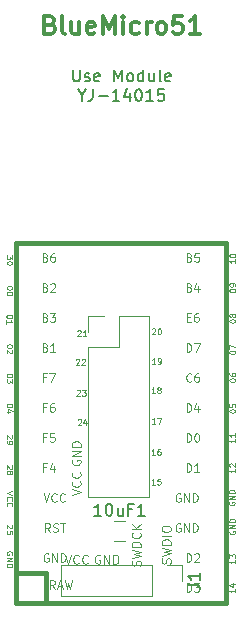
<source format=gbr>
G04 #@! TF.FileFunction,Legend,Top*
%FSLAX46Y46*%
G04 Gerber Fmt 4.6, Leading zero omitted, Abs format (unit mm)*
G04 Created by KiCad (PCBNEW 4.0.7) date 09/17/18 10:08:34*
%MOMM*%
%LPD*%
G01*
G04 APERTURE LIST*
%ADD10C,0.100000*%
%ADD11C,0.150000*%
%ADD12C,0.300000*%
%ADD13C,0.381000*%
%ADD14C,0.120000*%
G04 APERTURE END LIST*
D10*
D11*
X144470952Y-73557381D02*
X144470952Y-74366905D01*
X144518571Y-74462143D01*
X144566190Y-74509762D01*
X144661428Y-74557381D01*
X144851905Y-74557381D01*
X144947143Y-74509762D01*
X144994762Y-74462143D01*
X145042381Y-74366905D01*
X145042381Y-73557381D01*
X145470952Y-74509762D02*
X145566190Y-74557381D01*
X145756666Y-74557381D01*
X145851905Y-74509762D01*
X145899524Y-74414524D01*
X145899524Y-74366905D01*
X145851905Y-74271667D01*
X145756666Y-74224048D01*
X145613809Y-74224048D01*
X145518571Y-74176429D01*
X145470952Y-74081190D01*
X145470952Y-74033571D01*
X145518571Y-73938333D01*
X145613809Y-73890714D01*
X145756666Y-73890714D01*
X145851905Y-73938333D01*
X146709048Y-74509762D02*
X146613810Y-74557381D01*
X146423333Y-74557381D01*
X146328095Y-74509762D01*
X146280476Y-74414524D01*
X146280476Y-74033571D01*
X146328095Y-73938333D01*
X146423333Y-73890714D01*
X146613810Y-73890714D01*
X146709048Y-73938333D01*
X146756667Y-74033571D01*
X146756667Y-74128810D01*
X146280476Y-74224048D01*
X147947143Y-74557381D02*
X147947143Y-73557381D01*
X148280477Y-74271667D01*
X148613810Y-73557381D01*
X148613810Y-74557381D01*
X149232857Y-74557381D02*
X149137619Y-74509762D01*
X149090000Y-74462143D01*
X149042381Y-74366905D01*
X149042381Y-74081190D01*
X149090000Y-73985952D01*
X149137619Y-73938333D01*
X149232857Y-73890714D01*
X149375715Y-73890714D01*
X149470953Y-73938333D01*
X149518572Y-73985952D01*
X149566191Y-74081190D01*
X149566191Y-74366905D01*
X149518572Y-74462143D01*
X149470953Y-74509762D01*
X149375715Y-74557381D01*
X149232857Y-74557381D01*
X150423334Y-74557381D02*
X150423334Y-73557381D01*
X150423334Y-74509762D02*
X150328096Y-74557381D01*
X150137619Y-74557381D01*
X150042381Y-74509762D01*
X149994762Y-74462143D01*
X149947143Y-74366905D01*
X149947143Y-74081190D01*
X149994762Y-73985952D01*
X150042381Y-73938333D01*
X150137619Y-73890714D01*
X150328096Y-73890714D01*
X150423334Y-73938333D01*
X151328096Y-73890714D02*
X151328096Y-74557381D01*
X150899524Y-73890714D02*
X150899524Y-74414524D01*
X150947143Y-74509762D01*
X151042381Y-74557381D01*
X151185239Y-74557381D01*
X151280477Y-74509762D01*
X151328096Y-74462143D01*
X151947143Y-74557381D02*
X151851905Y-74509762D01*
X151804286Y-74414524D01*
X151804286Y-73557381D01*
X152709049Y-74509762D02*
X152613811Y-74557381D01*
X152423334Y-74557381D01*
X152328096Y-74509762D01*
X152280477Y-74414524D01*
X152280477Y-74033571D01*
X152328096Y-73938333D01*
X152423334Y-73890714D01*
X152613811Y-73890714D01*
X152709049Y-73938333D01*
X152756668Y-74033571D01*
X152756668Y-74128810D01*
X152280477Y-74224048D01*
X145209047Y-75731190D02*
X145209047Y-76207381D01*
X144875714Y-75207381D02*
X145209047Y-75731190D01*
X145542381Y-75207381D01*
X146161429Y-75207381D02*
X146161429Y-75921667D01*
X146113809Y-76064524D01*
X146018571Y-76159762D01*
X145875714Y-76207381D01*
X145780476Y-76207381D01*
X146637619Y-75826429D02*
X147399524Y-75826429D01*
X148399524Y-76207381D02*
X147828095Y-76207381D01*
X148113809Y-76207381D02*
X148113809Y-75207381D01*
X148018571Y-75350238D01*
X147923333Y-75445476D01*
X147828095Y-75493095D01*
X149256667Y-75540714D02*
X149256667Y-76207381D01*
X149018571Y-75159762D02*
X148780476Y-75874048D01*
X149399524Y-75874048D01*
X149970952Y-75207381D02*
X150066191Y-75207381D01*
X150161429Y-75255000D01*
X150209048Y-75302619D01*
X150256667Y-75397857D01*
X150304286Y-75588333D01*
X150304286Y-75826429D01*
X150256667Y-76016905D01*
X150209048Y-76112143D01*
X150161429Y-76159762D01*
X150066191Y-76207381D01*
X149970952Y-76207381D01*
X149875714Y-76159762D01*
X149828095Y-76112143D01*
X149780476Y-76016905D01*
X149732857Y-75826429D01*
X149732857Y-75588333D01*
X149780476Y-75397857D01*
X149828095Y-75302619D01*
X149875714Y-75255000D01*
X149970952Y-75207381D01*
X151256667Y-76207381D02*
X150685238Y-76207381D01*
X150970952Y-76207381D02*
X150970952Y-75207381D01*
X150875714Y-75350238D01*
X150780476Y-75445476D01*
X150685238Y-75493095D01*
X152161429Y-75207381D02*
X151685238Y-75207381D01*
X151637619Y-75683571D01*
X151685238Y-75635952D01*
X151780476Y-75588333D01*
X152018572Y-75588333D01*
X152113810Y-75635952D01*
X152161429Y-75683571D01*
X152209048Y-75778810D01*
X152209048Y-76016905D01*
X152161429Y-76112143D01*
X152113810Y-76159762D01*
X152018572Y-76207381D01*
X151780476Y-76207381D01*
X151685238Y-76159762D01*
X151637619Y-76112143D01*
D12*
X142554287Y-69742857D02*
X142768573Y-69814286D01*
X142840001Y-69885714D01*
X142911430Y-70028571D01*
X142911430Y-70242857D01*
X142840001Y-70385714D01*
X142768573Y-70457143D01*
X142625715Y-70528571D01*
X142054287Y-70528571D01*
X142054287Y-69028571D01*
X142554287Y-69028571D01*
X142697144Y-69100000D01*
X142768573Y-69171429D01*
X142840001Y-69314286D01*
X142840001Y-69457143D01*
X142768573Y-69600000D01*
X142697144Y-69671429D01*
X142554287Y-69742857D01*
X142054287Y-69742857D01*
X143768573Y-70528571D02*
X143625715Y-70457143D01*
X143554287Y-70314286D01*
X143554287Y-69028571D01*
X144982858Y-69528571D02*
X144982858Y-70528571D01*
X144340001Y-69528571D02*
X144340001Y-70314286D01*
X144411429Y-70457143D01*
X144554287Y-70528571D01*
X144768572Y-70528571D01*
X144911429Y-70457143D01*
X144982858Y-70385714D01*
X146268572Y-70457143D02*
X146125715Y-70528571D01*
X145840001Y-70528571D01*
X145697144Y-70457143D01*
X145625715Y-70314286D01*
X145625715Y-69742857D01*
X145697144Y-69600000D01*
X145840001Y-69528571D01*
X146125715Y-69528571D01*
X146268572Y-69600000D01*
X146340001Y-69742857D01*
X146340001Y-69885714D01*
X145625715Y-70028571D01*
X146982858Y-70528571D02*
X146982858Y-69028571D01*
X147482858Y-70100000D01*
X147982858Y-69028571D01*
X147982858Y-70528571D01*
X148697144Y-70528571D02*
X148697144Y-69528571D01*
X148697144Y-69028571D02*
X148625715Y-69100000D01*
X148697144Y-69171429D01*
X148768572Y-69100000D01*
X148697144Y-69028571D01*
X148697144Y-69171429D01*
X150054287Y-70457143D02*
X149911430Y-70528571D01*
X149625716Y-70528571D01*
X149482858Y-70457143D01*
X149411430Y-70385714D01*
X149340001Y-70242857D01*
X149340001Y-69814286D01*
X149411430Y-69671429D01*
X149482858Y-69600000D01*
X149625716Y-69528571D01*
X149911430Y-69528571D01*
X150054287Y-69600000D01*
X150697144Y-70528571D02*
X150697144Y-69528571D01*
X150697144Y-69814286D02*
X150768572Y-69671429D01*
X150840001Y-69600000D01*
X150982858Y-69528571D01*
X151125715Y-69528571D01*
X151840001Y-70528571D02*
X151697143Y-70457143D01*
X151625715Y-70385714D01*
X151554286Y-70242857D01*
X151554286Y-69814286D01*
X151625715Y-69671429D01*
X151697143Y-69600000D01*
X151840001Y-69528571D01*
X152054286Y-69528571D01*
X152197143Y-69600000D01*
X152268572Y-69671429D01*
X152340001Y-69814286D01*
X152340001Y-70242857D01*
X152268572Y-70385714D01*
X152197143Y-70457143D01*
X152054286Y-70528571D01*
X151840001Y-70528571D01*
X153697144Y-69028571D02*
X152982858Y-69028571D01*
X152911429Y-69742857D01*
X152982858Y-69671429D01*
X153125715Y-69600000D01*
X153482858Y-69600000D01*
X153625715Y-69671429D01*
X153697144Y-69742857D01*
X153768572Y-69885714D01*
X153768572Y-70242857D01*
X153697144Y-70385714D01*
X153625715Y-70457143D01*
X153482858Y-70528571D01*
X153125715Y-70528571D01*
X152982858Y-70457143D01*
X152911429Y-70385714D01*
X155197143Y-70528571D02*
X154340000Y-70528571D01*
X154768572Y-70528571D02*
X154768572Y-69028571D01*
X154625715Y-69242857D01*
X154482857Y-69385714D01*
X154340000Y-69457143D01*
D10*
X151410682Y-108694350D02*
X151124968Y-108694350D01*
X151267825Y-108694350D02*
X151267825Y-108194350D01*
X151220206Y-108265779D01*
X151172587Y-108313398D01*
X151124968Y-108337208D01*
X151863063Y-108194350D02*
X151624968Y-108194350D01*
X151601158Y-108432446D01*
X151624968Y-108408636D01*
X151672587Y-108384827D01*
X151791634Y-108384827D01*
X151839253Y-108408636D01*
X151863063Y-108432446D01*
X151886872Y-108480065D01*
X151886872Y-108599112D01*
X151863063Y-108646731D01*
X151839253Y-108670541D01*
X151791634Y-108694350D01*
X151672587Y-108694350D01*
X151624968Y-108670541D01*
X151601158Y-108646731D01*
X151410682Y-106189910D02*
X151124968Y-106189910D01*
X151267825Y-106189910D02*
X151267825Y-105689910D01*
X151220206Y-105761339D01*
X151172587Y-105808958D01*
X151124968Y-105832768D01*
X151839253Y-105689910D02*
X151744015Y-105689910D01*
X151696396Y-105713720D01*
X151672587Y-105737530D01*
X151624968Y-105808958D01*
X151601158Y-105904196D01*
X151601158Y-106094672D01*
X151624968Y-106142291D01*
X151648777Y-106166101D01*
X151696396Y-106189910D01*
X151791634Y-106189910D01*
X151839253Y-106166101D01*
X151863063Y-106142291D01*
X151886872Y-106094672D01*
X151886872Y-105975625D01*
X151863063Y-105928006D01*
X151839253Y-105904196D01*
X151791634Y-105880387D01*
X151696396Y-105880387D01*
X151648777Y-105904196D01*
X151624968Y-105928006D01*
X151601158Y-105975625D01*
X151446242Y-103535610D02*
X151160528Y-103535610D01*
X151303385Y-103535610D02*
X151303385Y-103035610D01*
X151255766Y-103107039D01*
X151208147Y-103154658D01*
X151160528Y-103178468D01*
X151612909Y-103035610D02*
X151946242Y-103035610D01*
X151731956Y-103535610D01*
X151410682Y-100954970D02*
X151124968Y-100954970D01*
X151267825Y-100954970D02*
X151267825Y-100454970D01*
X151220206Y-100526399D01*
X151172587Y-100574018D01*
X151124968Y-100597828D01*
X151696396Y-100669256D02*
X151648777Y-100645447D01*
X151624968Y-100621637D01*
X151601158Y-100574018D01*
X151601158Y-100550209D01*
X151624968Y-100502590D01*
X151648777Y-100478780D01*
X151696396Y-100454970D01*
X151791634Y-100454970D01*
X151839253Y-100478780D01*
X151863063Y-100502590D01*
X151886872Y-100550209D01*
X151886872Y-100574018D01*
X151863063Y-100621637D01*
X151839253Y-100645447D01*
X151791634Y-100669256D01*
X151696396Y-100669256D01*
X151648777Y-100693066D01*
X151624968Y-100716875D01*
X151601158Y-100764494D01*
X151601158Y-100859732D01*
X151624968Y-100907351D01*
X151648777Y-100931161D01*
X151696396Y-100954970D01*
X151791634Y-100954970D01*
X151839253Y-100931161D01*
X151863063Y-100907351D01*
X151886872Y-100859732D01*
X151886872Y-100764494D01*
X151863063Y-100716875D01*
X151839253Y-100693066D01*
X151791634Y-100669256D01*
X151446242Y-98486090D02*
X151160528Y-98486090D01*
X151303385Y-98486090D02*
X151303385Y-97986090D01*
X151255766Y-98057519D01*
X151208147Y-98105138D01*
X151160528Y-98128948D01*
X151684337Y-98486090D02*
X151779575Y-98486090D01*
X151827194Y-98462281D01*
X151851004Y-98438471D01*
X151898623Y-98367043D01*
X151922432Y-98271805D01*
X151922432Y-98081329D01*
X151898623Y-98033710D01*
X151874813Y-98009900D01*
X151827194Y-97986090D01*
X151731956Y-97986090D01*
X151684337Y-98009900D01*
X151660528Y-98033710D01*
X151636718Y-98081329D01*
X151636718Y-98200376D01*
X151660528Y-98247995D01*
X151684337Y-98271805D01*
X151731956Y-98295614D01*
X151827194Y-98295614D01*
X151874813Y-98271805D01*
X151898623Y-98247995D01*
X151922432Y-98200376D01*
X151160528Y-95526730D02*
X151184338Y-95502920D01*
X151231957Y-95479110D01*
X151351004Y-95479110D01*
X151398623Y-95502920D01*
X151422433Y-95526730D01*
X151446242Y-95574349D01*
X151446242Y-95621968D01*
X151422433Y-95693396D01*
X151136719Y-95979110D01*
X151446242Y-95979110D01*
X151755766Y-95479110D02*
X151803385Y-95479110D01*
X151851004Y-95502920D01*
X151874813Y-95526730D01*
X151898623Y-95574349D01*
X151922432Y-95669587D01*
X151922432Y-95788634D01*
X151898623Y-95883872D01*
X151874813Y-95931491D01*
X151851004Y-95955301D01*
X151803385Y-95979110D01*
X151755766Y-95979110D01*
X151708147Y-95955301D01*
X151684337Y-95931491D01*
X151660528Y-95883872D01*
X151636718Y-95788634D01*
X151636718Y-95669587D01*
X151660528Y-95574349D01*
X151684337Y-95526730D01*
X151708147Y-95502920D01*
X151755766Y-95479110D01*
X144879108Y-103194990D02*
X144902918Y-103171180D01*
X144950537Y-103147370D01*
X145069584Y-103147370D01*
X145117203Y-103171180D01*
X145141013Y-103194990D01*
X145164822Y-103242609D01*
X145164822Y-103290228D01*
X145141013Y-103361656D01*
X144855299Y-103647370D01*
X145164822Y-103647370D01*
X145593393Y-103314037D02*
X145593393Y-103647370D01*
X145474346Y-103123561D02*
X145355298Y-103480704D01*
X145664822Y-103480704D01*
X144767348Y-100726110D02*
X144791158Y-100702300D01*
X144838777Y-100678490D01*
X144957824Y-100678490D01*
X145005443Y-100702300D01*
X145029253Y-100726110D01*
X145053062Y-100773729D01*
X145053062Y-100821348D01*
X145029253Y-100892776D01*
X144743539Y-101178490D01*
X145053062Y-101178490D01*
X145219729Y-100678490D02*
X145529252Y-100678490D01*
X145362586Y-100868967D01*
X145434014Y-100868967D01*
X145481633Y-100892776D01*
X145505443Y-100916586D01*
X145529252Y-100964205D01*
X145529252Y-101083252D01*
X145505443Y-101130871D01*
X145481633Y-101154681D01*
X145434014Y-101178490D01*
X145291157Y-101178490D01*
X145243538Y-101154681D01*
X145219729Y-101130871D01*
X144729248Y-98107370D02*
X144753058Y-98083560D01*
X144800677Y-98059750D01*
X144919724Y-98059750D01*
X144967343Y-98083560D01*
X144991153Y-98107370D01*
X145014962Y-98154989D01*
X145014962Y-98202608D01*
X144991153Y-98274036D01*
X144705439Y-98559750D01*
X145014962Y-98559750D01*
X145205438Y-98107370D02*
X145229248Y-98083560D01*
X145276867Y-98059750D01*
X145395914Y-98059750D01*
X145443533Y-98083560D01*
X145467343Y-98107370D01*
X145491152Y-98154989D01*
X145491152Y-98202608D01*
X145467343Y-98274036D01*
X145181629Y-98559750D01*
X145491152Y-98559750D01*
X144841008Y-95676590D02*
X144864818Y-95652780D01*
X144912437Y-95628970D01*
X145031484Y-95628970D01*
X145079103Y-95652780D01*
X145102913Y-95676590D01*
X145126722Y-95724209D01*
X145126722Y-95771828D01*
X145102913Y-95843256D01*
X144817199Y-96128970D01*
X145126722Y-96128970D01*
X145602912Y-96128970D02*
X145317198Y-96128970D01*
X145460055Y-96128970D02*
X145460055Y-95628970D01*
X145412436Y-95700399D01*
X145364817Y-95748018D01*
X145317198Y-95771828D01*
X139338810Y-89290259D02*
X139338810Y-89599782D01*
X139148333Y-89433116D01*
X139148333Y-89504544D01*
X139124524Y-89552163D01*
X139100714Y-89575973D01*
X139053095Y-89599782D01*
X138934048Y-89599782D01*
X138886429Y-89575973D01*
X138862619Y-89552163D01*
X138838810Y-89504544D01*
X138838810Y-89361687D01*
X138862619Y-89314068D01*
X138886429Y-89290259D01*
X139338810Y-89909306D02*
X139338810Y-89956925D01*
X139315000Y-90004544D01*
X139291190Y-90028353D01*
X139243571Y-90052163D01*
X139148333Y-90075972D01*
X139029286Y-90075972D01*
X138934048Y-90052163D01*
X138886429Y-90028353D01*
X138862619Y-90004544D01*
X138838810Y-89956925D01*
X138838810Y-89909306D01*
X138862619Y-89861687D01*
X138886429Y-89837877D01*
X138934048Y-89814068D01*
X139029286Y-89790258D01*
X139148333Y-89790258D01*
X139243571Y-89814068D01*
X139291190Y-89837877D01*
X139315000Y-89861687D01*
X139338810Y-89909306D01*
X139338810Y-92013756D02*
X139338810Y-92061375D01*
X139315000Y-92108994D01*
X139291190Y-92132803D01*
X139243571Y-92156613D01*
X139148333Y-92180422D01*
X139029286Y-92180422D01*
X138934048Y-92156613D01*
X138886429Y-92132803D01*
X138862619Y-92108994D01*
X138838810Y-92061375D01*
X138838810Y-92013756D01*
X138862619Y-91966137D01*
X138886429Y-91942327D01*
X138934048Y-91918518D01*
X139029286Y-91894708D01*
X139148333Y-91894708D01*
X139243571Y-91918518D01*
X139291190Y-91942327D01*
X139315000Y-91966137D01*
X139338810Y-92013756D01*
X139338810Y-92489946D02*
X139338810Y-92537565D01*
X139315000Y-92585184D01*
X139291190Y-92608993D01*
X139243571Y-92632803D01*
X139148333Y-92656612D01*
X139029286Y-92656612D01*
X138934048Y-92632803D01*
X138886429Y-92608993D01*
X138862619Y-92585184D01*
X138838810Y-92537565D01*
X138838810Y-92489946D01*
X138862619Y-92442327D01*
X138886429Y-92418517D01*
X138934048Y-92394708D01*
X139029286Y-92370898D01*
X139148333Y-92370898D01*
X139243571Y-92394708D01*
X139291190Y-92418517D01*
X139315000Y-92442327D01*
X139338810Y-92489946D01*
X139326110Y-94444536D02*
X139326110Y-94492155D01*
X139302300Y-94539774D01*
X139278490Y-94563583D01*
X139230871Y-94587393D01*
X139135633Y-94611202D01*
X139016586Y-94611202D01*
X138921348Y-94587393D01*
X138873729Y-94563583D01*
X138849919Y-94539774D01*
X138826110Y-94492155D01*
X138826110Y-94444536D01*
X138849919Y-94396917D01*
X138873729Y-94373107D01*
X138921348Y-94349298D01*
X139016586Y-94325488D01*
X139135633Y-94325488D01*
X139230871Y-94349298D01*
X139278490Y-94373107D01*
X139302300Y-94396917D01*
X139326110Y-94444536D01*
X138826110Y-95087392D02*
X138826110Y-94801678D01*
X138826110Y-94944535D02*
X139326110Y-94944535D01*
X139254681Y-94896916D01*
X139207062Y-94849297D01*
X139183252Y-94801678D01*
X139338810Y-96951516D02*
X139338810Y-96999135D01*
X139315000Y-97046754D01*
X139291190Y-97070563D01*
X139243571Y-97094373D01*
X139148333Y-97118182D01*
X139029286Y-97118182D01*
X138934048Y-97094373D01*
X138886429Y-97070563D01*
X138862619Y-97046754D01*
X138838810Y-96999135D01*
X138838810Y-96951516D01*
X138862619Y-96903897D01*
X138886429Y-96880087D01*
X138934048Y-96856278D01*
X139029286Y-96832468D01*
X139148333Y-96832468D01*
X139243571Y-96856278D01*
X139291190Y-96880087D01*
X139315000Y-96903897D01*
X139338810Y-96951516D01*
X139291190Y-97308658D02*
X139315000Y-97332468D01*
X139338810Y-97380087D01*
X139338810Y-97499134D01*
X139315000Y-97546753D01*
X139291190Y-97570563D01*
X139243571Y-97594372D01*
X139195952Y-97594372D01*
X139124524Y-97570563D01*
X138838810Y-97284849D01*
X138838810Y-97594372D01*
X139338810Y-99433096D02*
X139338810Y-99480715D01*
X139315000Y-99528334D01*
X139291190Y-99552143D01*
X139243571Y-99575953D01*
X139148333Y-99599762D01*
X139029286Y-99599762D01*
X138934048Y-99575953D01*
X138886429Y-99552143D01*
X138862619Y-99528334D01*
X138838810Y-99480715D01*
X138838810Y-99433096D01*
X138862619Y-99385477D01*
X138886429Y-99361667D01*
X138934048Y-99337858D01*
X139029286Y-99314048D01*
X139148333Y-99314048D01*
X139243571Y-99337858D01*
X139291190Y-99361667D01*
X139315000Y-99385477D01*
X139338810Y-99433096D01*
X139338810Y-99766429D02*
X139338810Y-100075952D01*
X139148333Y-99909286D01*
X139148333Y-99980714D01*
X139124524Y-100028333D01*
X139100714Y-100052143D01*
X139053095Y-100075952D01*
X138934048Y-100075952D01*
X138886429Y-100052143D01*
X138862619Y-100028333D01*
X138838810Y-99980714D01*
X138838810Y-99837857D01*
X138862619Y-99790238D01*
X138886429Y-99766429D01*
X139338810Y-101973096D02*
X139338810Y-102020715D01*
X139315000Y-102068334D01*
X139291190Y-102092143D01*
X139243571Y-102115953D01*
X139148333Y-102139762D01*
X139029286Y-102139762D01*
X138934048Y-102115953D01*
X138886429Y-102092143D01*
X138862619Y-102068334D01*
X138838810Y-102020715D01*
X138838810Y-101973096D01*
X138862619Y-101925477D01*
X138886429Y-101901667D01*
X138934048Y-101877858D01*
X139029286Y-101854048D01*
X139148333Y-101854048D01*
X139243571Y-101877858D01*
X139291190Y-101901667D01*
X139315000Y-101925477D01*
X139338810Y-101973096D01*
X139172143Y-102568333D02*
X138838810Y-102568333D01*
X139362619Y-102449286D02*
X139005476Y-102330238D01*
X139005476Y-102639762D01*
X139291190Y-104521048D02*
X139315000Y-104544858D01*
X139338810Y-104592477D01*
X139338810Y-104711524D01*
X139315000Y-104759143D01*
X139291190Y-104782953D01*
X139243571Y-104806762D01*
X139195952Y-104806762D01*
X139124524Y-104782953D01*
X138838810Y-104497239D01*
X138838810Y-104806762D01*
X138838810Y-105044857D02*
X138838810Y-105140095D01*
X138862619Y-105187714D01*
X138886429Y-105211524D01*
X138957857Y-105259143D01*
X139053095Y-105282952D01*
X139243571Y-105282952D01*
X139291190Y-105259143D01*
X139315000Y-105235333D01*
X139338810Y-105187714D01*
X139338810Y-105092476D01*
X139315000Y-105044857D01*
X139291190Y-105021048D01*
X139243571Y-104997238D01*
X139124524Y-104997238D01*
X139076905Y-105021048D01*
X139053095Y-105044857D01*
X139029286Y-105092476D01*
X139029286Y-105187714D01*
X139053095Y-105235333D01*
X139076905Y-105259143D01*
X139124524Y-105282952D01*
X139291190Y-107078828D02*
X139315000Y-107102638D01*
X139338810Y-107150257D01*
X139338810Y-107269304D01*
X139315000Y-107316923D01*
X139291190Y-107340733D01*
X139243571Y-107364542D01*
X139195952Y-107364542D01*
X139124524Y-107340733D01*
X138838810Y-107055019D01*
X138838810Y-107364542D01*
X139124524Y-107650256D02*
X139148333Y-107602637D01*
X139172143Y-107578828D01*
X139219762Y-107555018D01*
X139243571Y-107555018D01*
X139291190Y-107578828D01*
X139315000Y-107602637D01*
X139338810Y-107650256D01*
X139338810Y-107745494D01*
X139315000Y-107793113D01*
X139291190Y-107816923D01*
X139243571Y-107840732D01*
X139219762Y-107840732D01*
X139172143Y-107816923D01*
X139148333Y-107793113D01*
X139124524Y-107745494D01*
X139124524Y-107650256D01*
X139100714Y-107602637D01*
X139076905Y-107578828D01*
X139029286Y-107555018D01*
X138934048Y-107555018D01*
X138886429Y-107578828D01*
X138862619Y-107602637D01*
X138838810Y-107650256D01*
X138838810Y-107745494D01*
X138862619Y-107793113D01*
X138886429Y-107816923D01*
X138934048Y-107840732D01*
X139029286Y-107840732D01*
X139076905Y-107816923D01*
X139100714Y-107793113D01*
X139124524Y-107745494D01*
X139338810Y-109259454D02*
X138838810Y-109426121D01*
X139338810Y-109592787D01*
X138886429Y-110045168D02*
X138862619Y-110021358D01*
X138838810Y-109949930D01*
X138838810Y-109902311D01*
X138862619Y-109830882D01*
X138910238Y-109783263D01*
X138957857Y-109759454D01*
X139053095Y-109735644D01*
X139124524Y-109735644D01*
X139219762Y-109759454D01*
X139267381Y-109783263D01*
X139315000Y-109830882D01*
X139338810Y-109902311D01*
X139338810Y-109949930D01*
X139315000Y-110021358D01*
X139291190Y-110045168D01*
X138886429Y-110545168D02*
X138862619Y-110521358D01*
X138838810Y-110449930D01*
X138838810Y-110402311D01*
X138862619Y-110330882D01*
X138910238Y-110283263D01*
X138957857Y-110259454D01*
X139053095Y-110235644D01*
X139124524Y-110235644D01*
X139219762Y-110259454D01*
X139267381Y-110283263D01*
X139315000Y-110330882D01*
X139338810Y-110402311D01*
X139338810Y-110449930D01*
X139315000Y-110521358D01*
X139291190Y-110545168D01*
X139291190Y-112125808D02*
X139315000Y-112149618D01*
X139338810Y-112197237D01*
X139338810Y-112316284D01*
X139315000Y-112363903D01*
X139291190Y-112387713D01*
X139243571Y-112411522D01*
X139195952Y-112411522D01*
X139124524Y-112387713D01*
X138838810Y-112101999D01*
X138838810Y-112411522D01*
X139338810Y-112863903D02*
X139338810Y-112625808D01*
X139100714Y-112601998D01*
X139124524Y-112625808D01*
X139148333Y-112673427D01*
X139148333Y-112792474D01*
X139124524Y-112840093D01*
X139100714Y-112863903D01*
X139053095Y-112887712D01*
X138934048Y-112887712D01*
X138886429Y-112863903D01*
X138862619Y-112840093D01*
X138838810Y-112792474D01*
X138838810Y-112673427D01*
X138862619Y-112625808D01*
X138886429Y-112601998D01*
X139315000Y-114632787D02*
X139338810Y-114585168D01*
X139338810Y-114513740D01*
X139315000Y-114442311D01*
X139267381Y-114394692D01*
X139219762Y-114370883D01*
X139124524Y-114347073D01*
X139053095Y-114347073D01*
X138957857Y-114370883D01*
X138910238Y-114394692D01*
X138862619Y-114442311D01*
X138838810Y-114513740D01*
X138838810Y-114561359D01*
X138862619Y-114632787D01*
X138886429Y-114656597D01*
X139053095Y-114656597D01*
X139053095Y-114561359D01*
X138838810Y-114870883D02*
X139338810Y-114870883D01*
X138838810Y-115156597D01*
X139338810Y-115156597D01*
X138838810Y-115394693D02*
X139338810Y-115394693D01*
X139338810Y-115513740D01*
X139315000Y-115585169D01*
X139267381Y-115632788D01*
X139219762Y-115656597D01*
X139124524Y-115680407D01*
X139053095Y-115680407D01*
X138957857Y-115656597D01*
X138910238Y-115632788D01*
X138862619Y-115585169D01*
X138838810Y-115513740D01*
X138838810Y-115394693D01*
X158214190Y-117539758D02*
X158214190Y-117825472D01*
X158214190Y-117682615D02*
X157714190Y-117682615D01*
X157785619Y-117730234D01*
X157833238Y-117777853D01*
X157857048Y-117825472D01*
X157880857Y-117111187D02*
X158214190Y-117111187D01*
X157690381Y-117230234D02*
X158047524Y-117349282D01*
X158047524Y-117039758D01*
X158214190Y-115078498D02*
X158214190Y-115364212D01*
X158214190Y-115221355D02*
X157714190Y-115221355D01*
X157785619Y-115268974D01*
X157833238Y-115316593D01*
X157857048Y-115364212D01*
X157714190Y-114911831D02*
X157714190Y-114602308D01*
X157904667Y-114768974D01*
X157904667Y-114697546D01*
X157928476Y-114649927D01*
X157952286Y-114626117D01*
X157999905Y-114602308D01*
X158118952Y-114602308D01*
X158166571Y-114626117D01*
X158190381Y-114649927D01*
X158214190Y-114697546D01*
X158214190Y-114840403D01*
X158190381Y-114888022D01*
X158166571Y-114911831D01*
X157725300Y-112633713D02*
X157701490Y-112681332D01*
X157701490Y-112752760D01*
X157725300Y-112824189D01*
X157772919Y-112871808D01*
X157820538Y-112895617D01*
X157915776Y-112919427D01*
X157987205Y-112919427D01*
X158082443Y-112895617D01*
X158130062Y-112871808D01*
X158177681Y-112824189D01*
X158201490Y-112752760D01*
X158201490Y-112705141D01*
X158177681Y-112633713D01*
X158153871Y-112609903D01*
X157987205Y-112609903D01*
X157987205Y-112705141D01*
X158201490Y-112395617D02*
X157701490Y-112395617D01*
X158201490Y-112109903D01*
X157701490Y-112109903D01*
X158201490Y-111871807D02*
X157701490Y-111871807D01*
X157701490Y-111752760D01*
X157725300Y-111681331D01*
X157772919Y-111633712D01*
X157820538Y-111609903D01*
X157915776Y-111586093D01*
X157987205Y-111586093D01*
X158082443Y-111609903D01*
X158130062Y-111633712D01*
X158177681Y-111681331D01*
X158201490Y-111752760D01*
X158201490Y-111871807D01*
X157687200Y-110167373D02*
X157663390Y-110214992D01*
X157663390Y-110286420D01*
X157687200Y-110357849D01*
X157734819Y-110405468D01*
X157782438Y-110429277D01*
X157877676Y-110453087D01*
X157949105Y-110453087D01*
X158044343Y-110429277D01*
X158091962Y-110405468D01*
X158139581Y-110357849D01*
X158163390Y-110286420D01*
X158163390Y-110238801D01*
X158139581Y-110167373D01*
X158115771Y-110143563D01*
X157949105Y-110143563D01*
X157949105Y-110238801D01*
X158163390Y-109929277D02*
X157663390Y-109929277D01*
X158163390Y-109643563D01*
X157663390Y-109643563D01*
X158163390Y-109405467D02*
X157663390Y-109405467D01*
X157663390Y-109286420D01*
X157687200Y-109214991D01*
X157734819Y-109167372D01*
X157782438Y-109143563D01*
X157877676Y-109119753D01*
X157949105Y-109119753D01*
X158044343Y-109143563D01*
X158091962Y-109167372D01*
X158139581Y-109214991D01*
X158163390Y-109286420D01*
X158163390Y-109405467D01*
X158214190Y-107374678D02*
X158214190Y-107660392D01*
X158214190Y-107517535D02*
X157714190Y-107517535D01*
X157785619Y-107565154D01*
X157833238Y-107612773D01*
X157857048Y-107660392D01*
X157761810Y-107184202D02*
X157738000Y-107160392D01*
X157714190Y-107112773D01*
X157714190Y-106993726D01*
X157738000Y-106946107D01*
X157761810Y-106922297D01*
X157809429Y-106898488D01*
X157857048Y-106898488D01*
X157928476Y-106922297D01*
X158214190Y-107208011D01*
X158214190Y-106898488D01*
X158214190Y-104832138D02*
X158214190Y-105117852D01*
X158214190Y-104974995D02*
X157714190Y-104974995D01*
X157785619Y-105022614D01*
X157833238Y-105070233D01*
X157857048Y-105117852D01*
X158214190Y-104355948D02*
X158214190Y-104641662D01*
X158214190Y-104498805D02*
X157714190Y-104498805D01*
X157785619Y-104546424D01*
X157833238Y-104594043D01*
X157857048Y-104641662D01*
X157714190Y-102496904D02*
X157714190Y-102449285D01*
X157738000Y-102401666D01*
X157761810Y-102377857D01*
X157809429Y-102354047D01*
X157904667Y-102330238D01*
X158023714Y-102330238D01*
X158118952Y-102354047D01*
X158166571Y-102377857D01*
X158190381Y-102401666D01*
X158214190Y-102449285D01*
X158214190Y-102496904D01*
X158190381Y-102544523D01*
X158166571Y-102568333D01*
X158118952Y-102592142D01*
X158023714Y-102615952D01*
X157904667Y-102615952D01*
X157809429Y-102592142D01*
X157761810Y-102568333D01*
X157738000Y-102544523D01*
X157714190Y-102496904D01*
X157714190Y-101877857D02*
X157714190Y-102115952D01*
X157952286Y-102139762D01*
X157928476Y-102115952D01*
X157904667Y-102068333D01*
X157904667Y-101949286D01*
X157928476Y-101901667D01*
X157952286Y-101877857D01*
X157999905Y-101854048D01*
X158118952Y-101854048D01*
X158166571Y-101877857D01*
X158190381Y-101901667D01*
X158214190Y-101949286D01*
X158214190Y-102068333D01*
X158190381Y-102115952D01*
X158166571Y-102139762D01*
X157714190Y-99875624D02*
X157714190Y-99828005D01*
X157738000Y-99780386D01*
X157761810Y-99756577D01*
X157809429Y-99732767D01*
X157904667Y-99708958D01*
X158023714Y-99708958D01*
X158118952Y-99732767D01*
X158166571Y-99756577D01*
X158190381Y-99780386D01*
X158214190Y-99828005D01*
X158214190Y-99875624D01*
X158190381Y-99923243D01*
X158166571Y-99947053D01*
X158118952Y-99970862D01*
X158023714Y-99994672D01*
X157904667Y-99994672D01*
X157809429Y-99970862D01*
X157761810Y-99947053D01*
X157738000Y-99923243D01*
X157714190Y-99875624D01*
X157714190Y-99280387D02*
X157714190Y-99375625D01*
X157738000Y-99423244D01*
X157761810Y-99447053D01*
X157833238Y-99494672D01*
X157928476Y-99518482D01*
X158118952Y-99518482D01*
X158166571Y-99494672D01*
X158190381Y-99470863D01*
X158214190Y-99423244D01*
X158214190Y-99328006D01*
X158190381Y-99280387D01*
X158166571Y-99256577D01*
X158118952Y-99232768D01*
X157999905Y-99232768D01*
X157952286Y-99256577D01*
X157928476Y-99280387D01*
X157904667Y-99328006D01*
X157904667Y-99423244D01*
X157928476Y-99470863D01*
X157952286Y-99494672D01*
X157999905Y-99518482D01*
X157714190Y-97518504D02*
X157714190Y-97470885D01*
X157738000Y-97423266D01*
X157761810Y-97399457D01*
X157809429Y-97375647D01*
X157904667Y-97351838D01*
X158023714Y-97351838D01*
X158118952Y-97375647D01*
X158166571Y-97399457D01*
X158190381Y-97423266D01*
X158214190Y-97470885D01*
X158214190Y-97518504D01*
X158190381Y-97566123D01*
X158166571Y-97589933D01*
X158118952Y-97613742D01*
X158023714Y-97637552D01*
X157904667Y-97637552D01*
X157809429Y-97613742D01*
X157761810Y-97589933D01*
X157738000Y-97566123D01*
X157714190Y-97518504D01*
X157714190Y-97185171D02*
X157714190Y-96851838D01*
X158214190Y-97066124D01*
X157714190Y-94864204D02*
X157714190Y-94816585D01*
X157738000Y-94768966D01*
X157761810Y-94745157D01*
X157809429Y-94721347D01*
X157904667Y-94697538D01*
X158023714Y-94697538D01*
X158118952Y-94721347D01*
X158166571Y-94745157D01*
X158190381Y-94768966D01*
X158214190Y-94816585D01*
X158214190Y-94864204D01*
X158190381Y-94911823D01*
X158166571Y-94935633D01*
X158118952Y-94959442D01*
X158023714Y-94983252D01*
X157904667Y-94983252D01*
X157809429Y-94959442D01*
X157761810Y-94935633D01*
X157738000Y-94911823D01*
X157714190Y-94864204D01*
X157928476Y-94411824D02*
X157904667Y-94459443D01*
X157880857Y-94483252D01*
X157833238Y-94507062D01*
X157809429Y-94507062D01*
X157761810Y-94483252D01*
X157738000Y-94459443D01*
X157714190Y-94411824D01*
X157714190Y-94316586D01*
X157738000Y-94268967D01*
X157761810Y-94245157D01*
X157809429Y-94221348D01*
X157833238Y-94221348D01*
X157880857Y-94245157D01*
X157904667Y-94268967D01*
X157928476Y-94316586D01*
X157928476Y-94411824D01*
X157952286Y-94459443D01*
X157976095Y-94483252D01*
X158023714Y-94507062D01*
X158118952Y-94507062D01*
X158166571Y-94483252D01*
X158190381Y-94459443D01*
X158214190Y-94411824D01*
X158214190Y-94316586D01*
X158190381Y-94268967D01*
X158166571Y-94245157D01*
X158118952Y-94221348D01*
X158023714Y-94221348D01*
X157976095Y-94245157D01*
X157952286Y-94268967D01*
X157928476Y-94316586D01*
X157714190Y-92283564D02*
X157714190Y-92235945D01*
X157738000Y-92188326D01*
X157761810Y-92164517D01*
X157809429Y-92140707D01*
X157904667Y-92116898D01*
X158023714Y-92116898D01*
X158118952Y-92140707D01*
X158166571Y-92164517D01*
X158190381Y-92188326D01*
X158214190Y-92235945D01*
X158214190Y-92283564D01*
X158190381Y-92331183D01*
X158166571Y-92354993D01*
X158118952Y-92378802D01*
X158023714Y-92402612D01*
X157904667Y-92402612D01*
X157809429Y-92378802D01*
X157761810Y-92354993D01*
X157738000Y-92331183D01*
X157714190Y-92283564D01*
X158214190Y-91878803D02*
X158214190Y-91783565D01*
X158190381Y-91735946D01*
X158166571Y-91712136D01*
X158095143Y-91664517D01*
X157999905Y-91640708D01*
X157809429Y-91640708D01*
X157761810Y-91664517D01*
X157738000Y-91688327D01*
X157714190Y-91735946D01*
X157714190Y-91831184D01*
X157738000Y-91878803D01*
X157761810Y-91902612D01*
X157809429Y-91926422D01*
X157928476Y-91926422D01*
X157976095Y-91902612D01*
X157999905Y-91878803D01*
X158023714Y-91831184D01*
X158023714Y-91735946D01*
X157999905Y-91688327D01*
X157976095Y-91664517D01*
X157928476Y-91640708D01*
X158214190Y-89630238D02*
X158214190Y-89915952D01*
X158214190Y-89773095D02*
X157714190Y-89773095D01*
X157785619Y-89820714D01*
X157833238Y-89868333D01*
X157857048Y-89915952D01*
X157714190Y-89320714D02*
X157714190Y-89273095D01*
X157738000Y-89225476D01*
X157761810Y-89201667D01*
X157809429Y-89177857D01*
X157904667Y-89154048D01*
X158023714Y-89154048D01*
X158118952Y-89177857D01*
X158166571Y-89201667D01*
X158190381Y-89225476D01*
X158214190Y-89273095D01*
X158214190Y-89320714D01*
X158190381Y-89368333D01*
X158166571Y-89392143D01*
X158118952Y-89415952D01*
X158023714Y-89439762D01*
X157904667Y-89439762D01*
X157809429Y-89415952D01*
X157761810Y-89392143D01*
X157738000Y-89368333D01*
X157714190Y-89320714D01*
X144405000Y-106616428D02*
X144369286Y-106687857D01*
X144369286Y-106795000D01*
X144405000Y-106902143D01*
X144476429Y-106973571D01*
X144547857Y-107009286D01*
X144690714Y-107045000D01*
X144797857Y-107045000D01*
X144940714Y-107009286D01*
X145012143Y-106973571D01*
X145083571Y-106902143D01*
X145119286Y-106795000D01*
X145119286Y-106723571D01*
X145083571Y-106616428D01*
X145047857Y-106580714D01*
X144797857Y-106580714D01*
X144797857Y-106723571D01*
X145119286Y-106259286D02*
X144369286Y-106259286D01*
X145119286Y-105830714D01*
X144369286Y-105830714D01*
X145119286Y-105473572D02*
X144369286Y-105473572D01*
X144369286Y-105295000D01*
X144405000Y-105187857D01*
X144476429Y-105116429D01*
X144547857Y-105080714D01*
X144690714Y-105045000D01*
X144797857Y-105045000D01*
X144940714Y-105080714D01*
X145012143Y-105116429D01*
X145083571Y-105187857D01*
X145119286Y-105295000D01*
X145119286Y-105473572D01*
X144369286Y-109584999D02*
X145119286Y-109334999D01*
X144369286Y-109084999D01*
X145047857Y-108406428D02*
X145083571Y-108442142D01*
X145119286Y-108549285D01*
X145119286Y-108620714D01*
X145083571Y-108727857D01*
X145012143Y-108799285D01*
X144940714Y-108835000D01*
X144797857Y-108870714D01*
X144690714Y-108870714D01*
X144547857Y-108835000D01*
X144476429Y-108799285D01*
X144405000Y-108727857D01*
X144369286Y-108620714D01*
X144369286Y-108549285D01*
X144405000Y-108442142D01*
X144440714Y-108406428D01*
X145047857Y-107656428D02*
X145083571Y-107692142D01*
X145119286Y-107799285D01*
X145119286Y-107870714D01*
X145083571Y-107977857D01*
X145012143Y-108049285D01*
X144940714Y-108085000D01*
X144797857Y-108120714D01*
X144690714Y-108120714D01*
X144547857Y-108085000D01*
X144476429Y-108049285D01*
X144405000Y-107977857D01*
X144369286Y-107870714D01*
X144369286Y-107799285D01*
X144405000Y-107692142D01*
X144440714Y-107656428D01*
X152703571Y-115381286D02*
X152739286Y-115274143D01*
X152739286Y-115095572D01*
X152703571Y-115024143D01*
X152667857Y-114988429D01*
X152596429Y-114952714D01*
X152525000Y-114952714D01*
X152453571Y-114988429D01*
X152417857Y-115024143D01*
X152382143Y-115095572D01*
X152346429Y-115238429D01*
X152310714Y-115309857D01*
X152275000Y-115345572D01*
X152203571Y-115381286D01*
X152132143Y-115381286D01*
X152060714Y-115345572D01*
X152025000Y-115309857D01*
X151989286Y-115238429D01*
X151989286Y-115059857D01*
X152025000Y-114952714D01*
X151989286Y-114702714D02*
X152739286Y-114524143D01*
X152203571Y-114381286D01*
X152739286Y-114238428D01*
X151989286Y-114059857D01*
X152739286Y-113774143D02*
X151989286Y-113774143D01*
X151989286Y-113595571D01*
X152025000Y-113488428D01*
X152096429Y-113417000D01*
X152167857Y-113381285D01*
X152310714Y-113345571D01*
X152417857Y-113345571D01*
X152560714Y-113381285D01*
X152632143Y-113417000D01*
X152703571Y-113488428D01*
X152739286Y-113595571D01*
X152739286Y-113774143D01*
X152739286Y-113024143D02*
X151989286Y-113024143D01*
X151989286Y-112524142D02*
X151989286Y-112381285D01*
X152025000Y-112309857D01*
X152096429Y-112238428D01*
X152239286Y-112202714D01*
X152489286Y-112202714D01*
X152632143Y-112238428D01*
X152703571Y-112309857D01*
X152739286Y-112381285D01*
X152739286Y-112524142D01*
X152703571Y-112595571D01*
X152632143Y-112667000D01*
X152489286Y-112702714D01*
X152239286Y-112702714D01*
X152096429Y-112667000D01*
X152025000Y-112595571D01*
X151989286Y-112524142D01*
X150163571Y-115559857D02*
X150199286Y-115452714D01*
X150199286Y-115274143D01*
X150163571Y-115202714D01*
X150127857Y-115167000D01*
X150056429Y-115131285D01*
X149985000Y-115131285D01*
X149913571Y-115167000D01*
X149877857Y-115202714D01*
X149842143Y-115274143D01*
X149806429Y-115417000D01*
X149770714Y-115488428D01*
X149735000Y-115524143D01*
X149663571Y-115559857D01*
X149592143Y-115559857D01*
X149520714Y-115524143D01*
X149485000Y-115488428D01*
X149449286Y-115417000D01*
X149449286Y-115238428D01*
X149485000Y-115131285D01*
X149449286Y-114881285D02*
X150199286Y-114702714D01*
X149663571Y-114559857D01*
X150199286Y-114416999D01*
X149449286Y-114238428D01*
X150199286Y-113952714D02*
X149449286Y-113952714D01*
X149449286Y-113774142D01*
X149485000Y-113666999D01*
X149556429Y-113595571D01*
X149627857Y-113559856D01*
X149770714Y-113524142D01*
X149877857Y-113524142D01*
X150020714Y-113559856D01*
X150092143Y-113595571D01*
X150163571Y-113666999D01*
X150199286Y-113774142D01*
X150199286Y-113952714D01*
X150127857Y-112774142D02*
X150163571Y-112809856D01*
X150199286Y-112916999D01*
X150199286Y-112988428D01*
X150163571Y-113095571D01*
X150092143Y-113166999D01*
X150020714Y-113202714D01*
X149877857Y-113238428D01*
X149770714Y-113238428D01*
X149627857Y-113202714D01*
X149556429Y-113166999D01*
X149485000Y-113095571D01*
X149449286Y-112988428D01*
X149449286Y-112916999D01*
X149485000Y-112809856D01*
X149520714Y-112774142D01*
X150199286Y-112452714D02*
X149449286Y-112452714D01*
X150199286Y-112024142D02*
X149770714Y-112345571D01*
X149449286Y-112024142D02*
X149877857Y-112452714D01*
X146748572Y-114687000D02*
X146677143Y-114651286D01*
X146570000Y-114651286D01*
X146462857Y-114687000D01*
X146391429Y-114758429D01*
X146355714Y-114829857D01*
X146320000Y-114972714D01*
X146320000Y-115079857D01*
X146355714Y-115222714D01*
X146391429Y-115294143D01*
X146462857Y-115365571D01*
X146570000Y-115401286D01*
X146641429Y-115401286D01*
X146748572Y-115365571D01*
X146784286Y-115329857D01*
X146784286Y-115079857D01*
X146641429Y-115079857D01*
X147105714Y-115401286D02*
X147105714Y-114651286D01*
X147534286Y-115401286D01*
X147534286Y-114651286D01*
X147891428Y-115401286D02*
X147891428Y-114651286D01*
X148070000Y-114651286D01*
X148177143Y-114687000D01*
X148248571Y-114758429D01*
X148284286Y-114829857D01*
X148320000Y-114972714D01*
X148320000Y-115079857D01*
X148284286Y-115222714D01*
X148248571Y-115294143D01*
X148177143Y-115365571D01*
X148070000Y-115401286D01*
X147891428Y-115401286D01*
X143780001Y-114651286D02*
X144030001Y-115401286D01*
X144280001Y-114651286D01*
X144958572Y-115329857D02*
X144922858Y-115365571D01*
X144815715Y-115401286D01*
X144744286Y-115401286D01*
X144637143Y-115365571D01*
X144565715Y-115294143D01*
X144530000Y-115222714D01*
X144494286Y-115079857D01*
X144494286Y-114972714D01*
X144530000Y-114829857D01*
X144565715Y-114758429D01*
X144637143Y-114687000D01*
X144744286Y-114651286D01*
X144815715Y-114651286D01*
X144922858Y-114687000D01*
X144958572Y-114722714D01*
X145708572Y-115329857D02*
X145672858Y-115365571D01*
X145565715Y-115401286D01*
X145494286Y-115401286D01*
X145387143Y-115365571D01*
X145315715Y-115294143D01*
X145280000Y-115222714D01*
X145244286Y-115079857D01*
X145244286Y-114972714D01*
X145280000Y-114829857D01*
X145315715Y-114758429D01*
X145387143Y-114687000D01*
X145494286Y-114651286D01*
X145565715Y-114651286D01*
X145672858Y-114687000D01*
X145708572Y-114722714D01*
D13*
X142151100Y-116179600D02*
X139611100Y-116179600D01*
X142151100Y-118719600D02*
X142151100Y-116179600D01*
X157391100Y-88239600D02*
X157391100Y-118719600D01*
X139611100Y-88239600D02*
X157391100Y-88239600D01*
X139611100Y-118719600D02*
X139611100Y-88239600D01*
X157391100Y-118719600D02*
X139611100Y-118719600D01*
D14*
X145736000Y-109788000D02*
X150936000Y-109788000D01*
X145736000Y-97028000D02*
X145736000Y-109788000D01*
X150936000Y-94428000D02*
X150936000Y-109788000D01*
X145736000Y-97028000D02*
X148336000Y-97028000D01*
X148336000Y-97028000D02*
X148336000Y-94428000D01*
X148336000Y-94428000D02*
X150936000Y-94428000D01*
X145736000Y-95758000D02*
X145736000Y-94428000D01*
X145736000Y-94428000D02*
X147066000Y-94428000D01*
X143450000Y-115510000D02*
X143450000Y-118170000D01*
X151130000Y-115510000D02*
X143450000Y-115510000D01*
X151130000Y-118170000D02*
X143450000Y-118170000D01*
X151130000Y-115510000D02*
X151130000Y-118170000D01*
X152400000Y-115510000D02*
X153730000Y-115510000D01*
X153730000Y-115510000D02*
X153730000Y-116840000D01*
X148907120Y-111773600D02*
X147907120Y-111773600D01*
X147907120Y-113473600D02*
X148907120Y-113473600D01*
D10*
X142937767Y-117512267D02*
X142704433Y-117178933D01*
X142537767Y-117512267D02*
X142537767Y-116812267D01*
X142804433Y-116812267D01*
X142871100Y-116845600D01*
X142904433Y-116878933D01*
X142937767Y-116945600D01*
X142937767Y-117045600D01*
X142904433Y-117112267D01*
X142871100Y-117145600D01*
X142804433Y-117178933D01*
X142537767Y-117178933D01*
X143204433Y-117312267D02*
X143537767Y-117312267D01*
X143137767Y-117512267D02*
X143371100Y-116812267D01*
X143604433Y-117512267D01*
X143771100Y-116812267D02*
X143937767Y-117512267D01*
X144071100Y-117012267D01*
X144204433Y-117512267D01*
X144371100Y-116812267D01*
X142379767Y-114559600D02*
X142313101Y-114526267D01*
X142213101Y-114526267D01*
X142113101Y-114559600D01*
X142046434Y-114626267D01*
X142013101Y-114692933D01*
X141979767Y-114826267D01*
X141979767Y-114926267D01*
X142013101Y-115059600D01*
X142046434Y-115126267D01*
X142113101Y-115192933D01*
X142213101Y-115226267D01*
X142279767Y-115226267D01*
X142379767Y-115192933D01*
X142413101Y-115159600D01*
X142413101Y-114926267D01*
X142279767Y-114926267D01*
X142713101Y-115226267D02*
X142713101Y-114526267D01*
X143113101Y-115226267D01*
X143113101Y-114526267D01*
X143446434Y-115226267D02*
X143446434Y-114526267D01*
X143613100Y-114526267D01*
X143713100Y-114559600D01*
X143779767Y-114626267D01*
X143813100Y-114692933D01*
X143846434Y-114826267D01*
X143846434Y-114926267D01*
X143813100Y-115059600D01*
X143779767Y-115126267D01*
X143713100Y-115192933D01*
X143613100Y-115226267D01*
X143446434Y-115226267D01*
X142529767Y-112686267D02*
X142296433Y-112352933D01*
X142129767Y-112686267D02*
X142129767Y-111986267D01*
X142396433Y-111986267D01*
X142463100Y-112019600D01*
X142496433Y-112052933D01*
X142529767Y-112119600D01*
X142529767Y-112219600D01*
X142496433Y-112286267D01*
X142463100Y-112319600D01*
X142396433Y-112352933D01*
X142129767Y-112352933D01*
X142796433Y-112652933D02*
X142896433Y-112686267D01*
X143063100Y-112686267D01*
X143129767Y-112652933D01*
X143163100Y-112619600D01*
X143196433Y-112552933D01*
X143196433Y-112486267D01*
X143163100Y-112419600D01*
X143129767Y-112386267D01*
X143063100Y-112352933D01*
X142929767Y-112319600D01*
X142863100Y-112286267D01*
X142829767Y-112252933D01*
X142796433Y-112186267D01*
X142796433Y-112119600D01*
X142829767Y-112052933D01*
X142863100Y-112019600D01*
X142929767Y-111986267D01*
X143096433Y-111986267D01*
X143196433Y-112019600D01*
X143396434Y-111986267D02*
X143796434Y-111986267D01*
X143596434Y-112686267D02*
X143596434Y-111986267D01*
X141979767Y-109446267D02*
X142213100Y-110146267D01*
X142446433Y-109446267D01*
X143079767Y-110079600D02*
X143046433Y-110112933D01*
X142946433Y-110146267D01*
X142879767Y-110146267D01*
X142779767Y-110112933D01*
X142713100Y-110046267D01*
X142679767Y-109979600D01*
X142646433Y-109846267D01*
X142646433Y-109746267D01*
X142679767Y-109612933D01*
X142713100Y-109546267D01*
X142779767Y-109479600D01*
X142879767Y-109446267D01*
X142946433Y-109446267D01*
X143046433Y-109479600D01*
X143079767Y-109512933D01*
X143779767Y-110079600D02*
X143746433Y-110112933D01*
X143646433Y-110146267D01*
X143579767Y-110146267D01*
X143479767Y-110112933D01*
X143413100Y-110046267D01*
X143379767Y-109979600D01*
X143346433Y-109846267D01*
X143346433Y-109746267D01*
X143379767Y-109612933D01*
X143413100Y-109546267D01*
X143479767Y-109479600D01*
X143579767Y-109446267D01*
X143646433Y-109446267D01*
X143746433Y-109479600D01*
X143779767Y-109512933D01*
X142171767Y-107239600D02*
X141938434Y-107239600D01*
X141938434Y-107606267D02*
X141938434Y-106906267D01*
X142271767Y-106906267D01*
X142838434Y-107139600D02*
X142838434Y-107606267D01*
X142671767Y-106872933D02*
X142505100Y-107372933D01*
X142938434Y-107372933D01*
X142171767Y-104699600D02*
X141938434Y-104699600D01*
X141938434Y-105066267D02*
X141938434Y-104366267D01*
X142271767Y-104366267D01*
X142871767Y-104366267D02*
X142538434Y-104366267D01*
X142505100Y-104699600D01*
X142538434Y-104666267D01*
X142605100Y-104632933D01*
X142771767Y-104632933D01*
X142838434Y-104666267D01*
X142871767Y-104699600D01*
X142905100Y-104766267D01*
X142905100Y-104932933D01*
X142871767Y-104999600D01*
X142838434Y-105032933D01*
X142771767Y-105066267D01*
X142605100Y-105066267D01*
X142538434Y-105032933D01*
X142505100Y-104999600D01*
X142171767Y-99619600D02*
X141938434Y-99619600D01*
X141938434Y-99986267D02*
X141938434Y-99286267D01*
X142271767Y-99286267D01*
X142471767Y-99286267D02*
X142938434Y-99286267D01*
X142638434Y-99986267D01*
X142171767Y-102159600D02*
X141938434Y-102159600D01*
X141938434Y-102526267D02*
X141938434Y-101826267D01*
X142271767Y-101826267D01*
X142838434Y-101826267D02*
X142705100Y-101826267D01*
X142638434Y-101859600D01*
X142605100Y-101892933D01*
X142538434Y-101992933D01*
X142505100Y-102126267D01*
X142505100Y-102392933D01*
X142538434Y-102459600D01*
X142571767Y-102492933D01*
X142638434Y-102526267D01*
X142771767Y-102526267D01*
X142838434Y-102492933D01*
X142871767Y-102459600D01*
X142905100Y-102392933D01*
X142905100Y-102226267D01*
X142871767Y-102159600D01*
X142838434Y-102126267D01*
X142771767Y-102092933D01*
X142638434Y-102092933D01*
X142571767Y-102126267D01*
X142538434Y-102159600D01*
X142505100Y-102226267D01*
X142121767Y-97079600D02*
X142221767Y-97112933D01*
X142255100Y-97146267D01*
X142288434Y-97212933D01*
X142288434Y-97312933D01*
X142255100Y-97379600D01*
X142221767Y-97412933D01*
X142155100Y-97446267D01*
X141888434Y-97446267D01*
X141888434Y-96746267D01*
X142121767Y-96746267D01*
X142188434Y-96779600D01*
X142221767Y-96812933D01*
X142255100Y-96879600D01*
X142255100Y-96946267D01*
X142221767Y-97012933D01*
X142188434Y-97046267D01*
X142121767Y-97079600D01*
X141888434Y-97079600D01*
X142955100Y-97446267D02*
X142555100Y-97446267D01*
X142755100Y-97446267D02*
X142755100Y-96746267D01*
X142688434Y-96846267D01*
X142621767Y-96912933D01*
X142555100Y-96946267D01*
X142121767Y-94539600D02*
X142221767Y-94572933D01*
X142255100Y-94606267D01*
X142288434Y-94672933D01*
X142288434Y-94772933D01*
X142255100Y-94839600D01*
X142221767Y-94872933D01*
X142155100Y-94906267D01*
X141888434Y-94906267D01*
X141888434Y-94206267D01*
X142121767Y-94206267D01*
X142188434Y-94239600D01*
X142221767Y-94272933D01*
X142255100Y-94339600D01*
X142255100Y-94406267D01*
X142221767Y-94472933D01*
X142188434Y-94506267D01*
X142121767Y-94539600D01*
X141888434Y-94539600D01*
X142521767Y-94206267D02*
X142955100Y-94206267D01*
X142721767Y-94472933D01*
X142821767Y-94472933D01*
X142888434Y-94506267D01*
X142921767Y-94539600D01*
X142955100Y-94606267D01*
X142955100Y-94772933D01*
X142921767Y-94839600D01*
X142888434Y-94872933D01*
X142821767Y-94906267D01*
X142621767Y-94906267D01*
X142555100Y-94872933D01*
X142521767Y-94839600D01*
X142121767Y-91999600D02*
X142221767Y-92032933D01*
X142255100Y-92066267D01*
X142288434Y-92132933D01*
X142288434Y-92232933D01*
X142255100Y-92299600D01*
X142221767Y-92332933D01*
X142155100Y-92366267D01*
X141888434Y-92366267D01*
X141888434Y-91666267D01*
X142121767Y-91666267D01*
X142188434Y-91699600D01*
X142221767Y-91732933D01*
X142255100Y-91799600D01*
X142255100Y-91866267D01*
X142221767Y-91932933D01*
X142188434Y-91966267D01*
X142121767Y-91999600D01*
X141888434Y-91999600D01*
X142555100Y-91732933D02*
X142588434Y-91699600D01*
X142655100Y-91666267D01*
X142821767Y-91666267D01*
X142888434Y-91699600D01*
X142921767Y-91732933D01*
X142955100Y-91799600D01*
X142955100Y-91866267D01*
X142921767Y-91966267D01*
X142521767Y-92366267D01*
X142955100Y-92366267D01*
X142121767Y-89459600D02*
X142221767Y-89492933D01*
X142255100Y-89526267D01*
X142288434Y-89592933D01*
X142288434Y-89692933D01*
X142255100Y-89759600D01*
X142221767Y-89792933D01*
X142155100Y-89826267D01*
X141888434Y-89826267D01*
X141888434Y-89126267D01*
X142121767Y-89126267D01*
X142188434Y-89159600D01*
X142221767Y-89192933D01*
X142255100Y-89259600D01*
X142255100Y-89326267D01*
X142221767Y-89392933D01*
X142188434Y-89426267D01*
X142121767Y-89459600D01*
X141888434Y-89459600D01*
X142888434Y-89126267D02*
X142755100Y-89126267D01*
X142688434Y-89159600D01*
X142655100Y-89192933D01*
X142588434Y-89292933D01*
X142555100Y-89426267D01*
X142555100Y-89692933D01*
X142588434Y-89759600D01*
X142621767Y-89792933D01*
X142688434Y-89826267D01*
X142821767Y-89826267D01*
X142888434Y-89792933D01*
X142921767Y-89759600D01*
X142955100Y-89692933D01*
X142955100Y-89526267D01*
X142921767Y-89459600D01*
X142888434Y-89426267D01*
X142821767Y-89392933D01*
X142688434Y-89392933D01*
X142621767Y-89426267D01*
X142588434Y-89459600D01*
X142555100Y-89526267D01*
X154080434Y-117766267D02*
X154080434Y-117066267D01*
X154247100Y-117066267D01*
X154347100Y-117099600D01*
X154413767Y-117166267D01*
X154447100Y-117232933D01*
X154480434Y-117366267D01*
X154480434Y-117466267D01*
X154447100Y-117599600D01*
X154413767Y-117666267D01*
X154347100Y-117732933D01*
X154247100Y-117766267D01*
X154080434Y-117766267D01*
X154713767Y-117066267D02*
X155147100Y-117066267D01*
X154913767Y-117332933D01*
X155013767Y-117332933D01*
X155080434Y-117366267D01*
X155113767Y-117399600D01*
X155147100Y-117466267D01*
X155147100Y-117632933D01*
X155113767Y-117699600D01*
X155080434Y-117732933D01*
X155013767Y-117766267D01*
X154813767Y-117766267D01*
X154747100Y-117732933D01*
X154713767Y-117699600D01*
X154080434Y-115226267D02*
X154080434Y-114526267D01*
X154247100Y-114526267D01*
X154347100Y-114559600D01*
X154413767Y-114626267D01*
X154447100Y-114692933D01*
X154480434Y-114826267D01*
X154480434Y-114926267D01*
X154447100Y-115059600D01*
X154413767Y-115126267D01*
X154347100Y-115192933D01*
X154247100Y-115226267D01*
X154080434Y-115226267D01*
X154747100Y-114592933D02*
X154780434Y-114559600D01*
X154847100Y-114526267D01*
X155013767Y-114526267D01*
X155080434Y-114559600D01*
X155113767Y-114592933D01*
X155147100Y-114659600D01*
X155147100Y-114726267D01*
X155113767Y-114826267D01*
X154713767Y-115226267D01*
X155147100Y-115226267D01*
X153555767Y-112019600D02*
X153489101Y-111986267D01*
X153389101Y-111986267D01*
X153289101Y-112019600D01*
X153222434Y-112086267D01*
X153189101Y-112152933D01*
X153155767Y-112286267D01*
X153155767Y-112386267D01*
X153189101Y-112519600D01*
X153222434Y-112586267D01*
X153289101Y-112652933D01*
X153389101Y-112686267D01*
X153455767Y-112686267D01*
X153555767Y-112652933D01*
X153589101Y-112619600D01*
X153589101Y-112386267D01*
X153455767Y-112386267D01*
X153889101Y-112686267D02*
X153889101Y-111986267D01*
X154289101Y-112686267D01*
X154289101Y-111986267D01*
X154622434Y-112686267D02*
X154622434Y-111986267D01*
X154789100Y-111986267D01*
X154889100Y-112019600D01*
X154955767Y-112086267D01*
X154989100Y-112152933D01*
X155022434Y-112286267D01*
X155022434Y-112386267D01*
X154989100Y-112519600D01*
X154955767Y-112586267D01*
X154889100Y-112652933D01*
X154789100Y-112686267D01*
X154622434Y-112686267D01*
X153555767Y-109479600D02*
X153489101Y-109446267D01*
X153389101Y-109446267D01*
X153289101Y-109479600D01*
X153222434Y-109546267D01*
X153189101Y-109612933D01*
X153155767Y-109746267D01*
X153155767Y-109846267D01*
X153189101Y-109979600D01*
X153222434Y-110046267D01*
X153289101Y-110112933D01*
X153389101Y-110146267D01*
X153455767Y-110146267D01*
X153555767Y-110112933D01*
X153589101Y-110079600D01*
X153589101Y-109846267D01*
X153455767Y-109846267D01*
X153889101Y-110146267D02*
X153889101Y-109446267D01*
X154289101Y-110146267D01*
X154289101Y-109446267D01*
X154622434Y-110146267D02*
X154622434Y-109446267D01*
X154789100Y-109446267D01*
X154889100Y-109479600D01*
X154955767Y-109546267D01*
X154989100Y-109612933D01*
X155022434Y-109746267D01*
X155022434Y-109846267D01*
X154989100Y-109979600D01*
X154955767Y-110046267D01*
X154889100Y-110112933D01*
X154789100Y-110146267D01*
X154622434Y-110146267D01*
X154080434Y-107606267D02*
X154080434Y-106906267D01*
X154247100Y-106906267D01*
X154347100Y-106939600D01*
X154413767Y-107006267D01*
X154447100Y-107072933D01*
X154480434Y-107206267D01*
X154480434Y-107306267D01*
X154447100Y-107439600D01*
X154413767Y-107506267D01*
X154347100Y-107572933D01*
X154247100Y-107606267D01*
X154080434Y-107606267D01*
X155147100Y-107606267D02*
X154747100Y-107606267D01*
X154947100Y-107606267D02*
X154947100Y-106906267D01*
X154880434Y-107006267D01*
X154813767Y-107072933D01*
X154747100Y-107106267D01*
X154080434Y-105066267D02*
X154080434Y-104366267D01*
X154247100Y-104366267D01*
X154347100Y-104399600D01*
X154413767Y-104466267D01*
X154447100Y-104532933D01*
X154480434Y-104666267D01*
X154480434Y-104766267D01*
X154447100Y-104899600D01*
X154413767Y-104966267D01*
X154347100Y-105032933D01*
X154247100Y-105066267D01*
X154080434Y-105066267D01*
X154913767Y-104366267D02*
X154980434Y-104366267D01*
X155047100Y-104399600D01*
X155080434Y-104432933D01*
X155113767Y-104499600D01*
X155147100Y-104632933D01*
X155147100Y-104799600D01*
X155113767Y-104932933D01*
X155080434Y-104999600D01*
X155047100Y-105032933D01*
X154980434Y-105066267D01*
X154913767Y-105066267D01*
X154847100Y-105032933D01*
X154813767Y-104999600D01*
X154780434Y-104932933D01*
X154747100Y-104799600D01*
X154747100Y-104632933D01*
X154780434Y-104499600D01*
X154813767Y-104432933D01*
X154847100Y-104399600D01*
X154913767Y-104366267D01*
X154080434Y-102526267D02*
X154080434Y-101826267D01*
X154247100Y-101826267D01*
X154347100Y-101859600D01*
X154413767Y-101926267D01*
X154447100Y-101992933D01*
X154480434Y-102126267D01*
X154480434Y-102226267D01*
X154447100Y-102359600D01*
X154413767Y-102426267D01*
X154347100Y-102492933D01*
X154247100Y-102526267D01*
X154080434Y-102526267D01*
X155080434Y-102059600D02*
X155080434Y-102526267D01*
X154913767Y-101792933D02*
X154747100Y-102292933D01*
X155180434Y-102292933D01*
X154480434Y-99919600D02*
X154447100Y-99952933D01*
X154347100Y-99986267D01*
X154280434Y-99986267D01*
X154180434Y-99952933D01*
X154113767Y-99886267D01*
X154080434Y-99819600D01*
X154047100Y-99686267D01*
X154047100Y-99586267D01*
X154080434Y-99452933D01*
X154113767Y-99386267D01*
X154180434Y-99319600D01*
X154280434Y-99286267D01*
X154347100Y-99286267D01*
X154447100Y-99319600D01*
X154480434Y-99352933D01*
X155080434Y-99286267D02*
X154947100Y-99286267D01*
X154880434Y-99319600D01*
X154847100Y-99352933D01*
X154780434Y-99452933D01*
X154747100Y-99586267D01*
X154747100Y-99852933D01*
X154780434Y-99919600D01*
X154813767Y-99952933D01*
X154880434Y-99986267D01*
X155013767Y-99986267D01*
X155080434Y-99952933D01*
X155113767Y-99919600D01*
X155147100Y-99852933D01*
X155147100Y-99686267D01*
X155113767Y-99619600D01*
X155080434Y-99586267D01*
X155013767Y-99552933D01*
X154880434Y-99552933D01*
X154813767Y-99586267D01*
X154780434Y-99619600D01*
X154747100Y-99686267D01*
X154080434Y-97446267D02*
X154080434Y-96746267D01*
X154247100Y-96746267D01*
X154347100Y-96779600D01*
X154413767Y-96846267D01*
X154447100Y-96912933D01*
X154480434Y-97046267D01*
X154480434Y-97146267D01*
X154447100Y-97279600D01*
X154413767Y-97346267D01*
X154347100Y-97412933D01*
X154247100Y-97446267D01*
X154080434Y-97446267D01*
X154713767Y-96746267D02*
X155180434Y-96746267D01*
X154880434Y-97446267D01*
X154113767Y-94539600D02*
X154347100Y-94539600D01*
X154447100Y-94906267D02*
X154113767Y-94906267D01*
X154113767Y-94206267D01*
X154447100Y-94206267D01*
X155047100Y-94206267D02*
X154913766Y-94206267D01*
X154847100Y-94239600D01*
X154813766Y-94272933D01*
X154747100Y-94372933D01*
X154713766Y-94506267D01*
X154713766Y-94772933D01*
X154747100Y-94839600D01*
X154780433Y-94872933D01*
X154847100Y-94906267D01*
X154980433Y-94906267D01*
X155047100Y-94872933D01*
X155080433Y-94839600D01*
X155113766Y-94772933D01*
X155113766Y-94606267D01*
X155080433Y-94539600D01*
X155047100Y-94506267D01*
X154980433Y-94472933D01*
X154847100Y-94472933D01*
X154780433Y-94506267D01*
X154747100Y-94539600D01*
X154713766Y-94606267D01*
X154313767Y-91999600D02*
X154413767Y-92032933D01*
X154447100Y-92066267D01*
X154480434Y-92132933D01*
X154480434Y-92232933D01*
X154447100Y-92299600D01*
X154413767Y-92332933D01*
X154347100Y-92366267D01*
X154080434Y-92366267D01*
X154080434Y-91666267D01*
X154313767Y-91666267D01*
X154380434Y-91699600D01*
X154413767Y-91732933D01*
X154447100Y-91799600D01*
X154447100Y-91866267D01*
X154413767Y-91932933D01*
X154380434Y-91966267D01*
X154313767Y-91999600D01*
X154080434Y-91999600D01*
X155080434Y-91899600D02*
X155080434Y-92366267D01*
X154913767Y-91632933D02*
X154747100Y-92132933D01*
X155180434Y-92132933D01*
X154313767Y-89459600D02*
X154413767Y-89492933D01*
X154447100Y-89526267D01*
X154480434Y-89592933D01*
X154480434Y-89692933D01*
X154447100Y-89759600D01*
X154413767Y-89792933D01*
X154347100Y-89826267D01*
X154080434Y-89826267D01*
X154080434Y-89126267D01*
X154313767Y-89126267D01*
X154380434Y-89159600D01*
X154413767Y-89192933D01*
X154447100Y-89259600D01*
X154447100Y-89326267D01*
X154413767Y-89392933D01*
X154380434Y-89426267D01*
X154313767Y-89459600D01*
X154080434Y-89459600D01*
X155113767Y-89126267D02*
X154780434Y-89126267D01*
X154747100Y-89459600D01*
X154780434Y-89426267D01*
X154847100Y-89392933D01*
X155013767Y-89392933D01*
X155080434Y-89426267D01*
X155113767Y-89459600D01*
X155147100Y-89526267D01*
X155147100Y-89692933D01*
X155113767Y-89759600D01*
X155080434Y-89792933D01*
X155013767Y-89826267D01*
X154847100Y-89826267D01*
X154780434Y-89792933D01*
X154747100Y-89759600D01*
D11*
X154182381Y-117173333D02*
X154896667Y-117173333D01*
X155039524Y-117220953D01*
X155134762Y-117316191D01*
X155182381Y-117459048D01*
X155182381Y-117554286D01*
X155182381Y-116173333D02*
X155182381Y-116744762D01*
X155182381Y-116459048D02*
X154182381Y-116459048D01*
X154325238Y-116554286D01*
X154420476Y-116649524D01*
X154468095Y-116744762D01*
X146859501Y-111325981D02*
X146288072Y-111325981D01*
X146573786Y-111325981D02*
X146573786Y-110325981D01*
X146478548Y-110468838D01*
X146383310Y-110564076D01*
X146288072Y-110611695D01*
X147478548Y-110325981D02*
X147573787Y-110325981D01*
X147669025Y-110373600D01*
X147716644Y-110421219D01*
X147764263Y-110516457D01*
X147811882Y-110706933D01*
X147811882Y-110945029D01*
X147764263Y-111135505D01*
X147716644Y-111230743D01*
X147669025Y-111278362D01*
X147573787Y-111325981D01*
X147478548Y-111325981D01*
X147383310Y-111278362D01*
X147335691Y-111230743D01*
X147288072Y-111135505D01*
X147240453Y-110945029D01*
X147240453Y-110706933D01*
X147288072Y-110516457D01*
X147335691Y-110421219D01*
X147383310Y-110373600D01*
X147478548Y-110325981D01*
X148669025Y-110659314D02*
X148669025Y-111325981D01*
X148240453Y-110659314D02*
X148240453Y-111183124D01*
X148288072Y-111278362D01*
X148383310Y-111325981D01*
X148526168Y-111325981D01*
X148621406Y-111278362D01*
X148669025Y-111230743D01*
X149478549Y-110802171D02*
X149145215Y-110802171D01*
X149145215Y-111325981D02*
X149145215Y-110325981D01*
X149621406Y-110325981D01*
X150526168Y-111325981D02*
X149954739Y-111325981D01*
X150240453Y-111325981D02*
X150240453Y-110325981D01*
X150145215Y-110468838D01*
X150049977Y-110564076D01*
X149954739Y-110611695D01*
M02*

</source>
